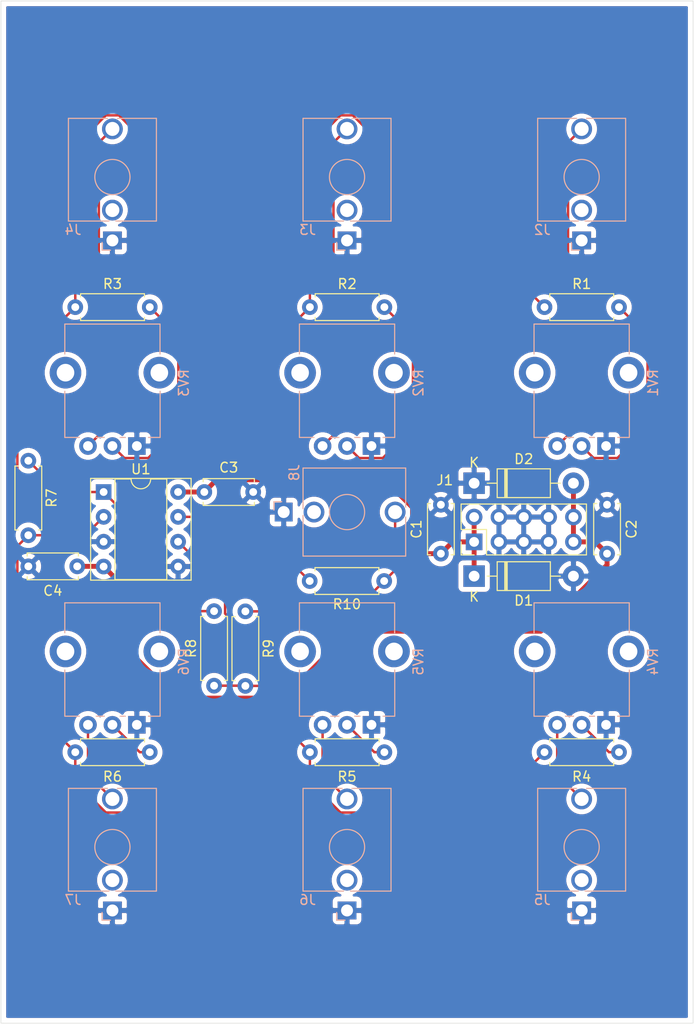
<source format=kicad_pcb>
(kicad_pcb (version 20171130) (host pcbnew "(5.1.10)-1")
  (title_block (title Mixer) (date 2021-06-20) (rev 1.0))
  (layers (0 F.Cu signal) (31 B.Cu signal) (34 B.Paste user) (35 F.Paste user) (36 B.SilkS user) (37 F.SilkS user) (38 B.Mask user) (39 F.Mask user) (44 Edge.Cuts user))
  (net 0 "")
  (net 1 GND)
  (net 2 +12V)
  (net 3 -12V)
  (net 4 "Net-(J2-PadTN)")
  (net 5 "Net-(J2-PadT)")
  (net 6 "Net-(J3-PadT)")
  (net 7 "Net-(J3-PadTN)")
  (net 8 "Net-(J4-PadTN)")
  (net 9 "Net-(J4-PadT)")
  (net 10 "Net-(J5-PadT)")
  (net 11 "Net-(J5-PadTN)")
  (net 12 "Net-(J6-PadTN)")
  (net 13 "Net-(J6-PadT)")
  (net 14 "Net-(J7-PadT)")
  (net 15 "Net-(J7-PadTN)")
  (net 16 "Net-(J8-PadTN)")
  (net 17 "Net-(J8-PadT)")
  (net 18 "Net-(R1-Pad2)")
  (net 19 "Net-(R1-Pad1)")
  (net 20 "Net-(R2-Pad2)")
  (net 21 "Net-(R3-Pad2)")
  (net 22 "Net-(R4-Pad2)")
  (net 23 "Net-(R5-Pad2)")
  (net 24 "Net-(R6-Pad2)")
  (net 25 "Net-(R7-Pad1)")
  (net 26 "Net-(R8-Pad1)")
  (net 27 "Net-(R10-Pad2)")
  (module Capacitor_THT:C_Disc_D5.0mm_W2.5mm_P5.00mm (layer F.Cu) (at 190.5 97.2 90)
    (fp_text reference C1 (at 2.5 -2.5 90) (layer F.SilkS))
    (fp_text value 0.1u)
    (fp_line (start 5.12 1.055) (end 5.12 1.37) (layer F.SilkS) (width 0.12))
    (fp_line (start 5.12 -1.37) (end 5.12 -1.055) (layer F.SilkS) (width 0.12))
    (fp_line (start -0.12 1.055) (end -0.12 1.37) (layer F.SilkS) (width 0.12))
    (fp_line (start -0.12 -1.37) (end -0.12 -1.055) (layer F.SilkS) (width 0.12))
    (fp_line (start -0.12 1.37) (end 5.12 1.37) (layer F.SilkS) (width 0.12))
    (fp_line (start -0.12 -1.37) (end 5.12 -1.37) (layer F.SilkS) (width 0.12))
    (pad 2 thru_hole circle (at 5 0 90) (size 1.6 1.6) (drill 0.8) (layers *.Cu *.Mask) (net 1 GND))
    (pad 1 thru_hole circle (at 0 0 90) (size 1.6 1.6) (drill 0.8) (layers *.Cu *.Mask) (net 2 +12V))
  )
  (module Capacitor_THT:C_Disc_D5.0mm_W2.5mm_P5.00mm (layer F.Cu) (at 207.5 92.2 270)
    (fp_text reference C2 (at 2.5 -2.5 90) (layer F.SilkS))
    (fp_text value 0.1u)
    (fp_line (start -0.12 -1.37) (end 5.12 -1.37) (layer F.SilkS) (width 0.12))
    (fp_line (start -0.12 1.37) (end 5.12 1.37) (layer F.SilkS) (width 0.12))
    (fp_line (start -0.12 -1.37) (end -0.12 -1.055) (layer F.SilkS) (width 0.12))
    (fp_line (start -0.12 1.055) (end -0.12 1.37) (layer F.SilkS) (width 0.12))
    (fp_line (start 5.12 -1.37) (end 5.12 -1.055) (layer F.SilkS) (width 0.12))
    (fp_line (start 5.12 1.055) (end 5.12 1.37) (layer F.SilkS) (width 0.12))
    (pad 1 thru_hole circle (at 0 0 270) (size 1.6 1.6) (drill 0.8) (layers *.Cu *.Mask) (net 1 GND))
    (pad 2 thru_hole circle (at 5 0 270) (size 1.6 1.6) (drill 0.8) (layers *.Cu *.Mask) (net 3 -12V))
  )
  (module Capacitor_THT:C_Disc_D5.0mm_W2.5mm_P5.00mm (layer F.Cu) (at 166.3 90.9)
    (fp_text reference C3 (at 2.5 -2.5) (layer F.SilkS))
    (fp_text value 10n)
    (fp_line (start 5.12 1.055) (end 5.12 1.37) (layer F.SilkS) (width 0.12))
    (fp_line (start 5.12 -1.37) (end 5.12 -1.055) (layer F.SilkS) (width 0.12))
    (fp_line (start -0.12 1.055) (end -0.12 1.37) (layer F.SilkS) (width 0.12))
    (fp_line (start -0.12 -1.37) (end -0.12 -1.055) (layer F.SilkS) (width 0.12))
    (fp_line (start -0.12 1.37) (end 5.12 1.37) (layer F.SilkS) (width 0.12))
    (fp_line (start -0.12 -1.37) (end 5.12 -1.37) (layer F.SilkS) (width 0.12))
    (pad 2 thru_hole circle (at 5 0) (size 1.6 1.6) (drill 0.8) (layers *.Cu *.Mask) (net 1 GND))
    (pad 1 thru_hole circle (at 0 0) (size 1.6 1.6) (drill 0.8) (layers *.Cu *.Mask) (net 2 +12V))
  )
  (module Capacitor_THT:C_Disc_D5.0mm_W2.5mm_P5.00mm (layer F.Cu) (at 153.3 98.5 180)
    (fp_text reference C4 (at 2.5 -2.5) (layer F.SilkS))
    (fp_text value 10n)
    (fp_line (start -0.12 -1.37) (end 5.12 -1.37) (layer F.SilkS) (width 0.12))
    (fp_line (start -0.12 1.37) (end 5.12 1.37) (layer F.SilkS) (width 0.12))
    (fp_line (start -0.12 -1.37) (end -0.12 -1.055) (layer F.SilkS) (width 0.12))
    (fp_line (start -0.12 1.055) (end -0.12 1.37) (layer F.SilkS) (width 0.12))
    (fp_line (start 5.12 -1.37) (end 5.12 -1.055) (layer F.SilkS) (width 0.12))
    (fp_line (start 5.12 1.055) (end 5.12 1.37) (layer F.SilkS) (width 0.12))
    (pad 1 thru_hole circle (at 0 0 180) (size 1.6 1.6) (drill 0.8) (layers *.Cu *.Mask) (net 3 -12V))
    (pad 2 thru_hole circle (at 5 0 180) (size 1.6 1.6) (drill 0.8) (layers *.Cu *.Mask) (net 1 GND))
  )
  (module Diode_THT:D_DO-41_SOD81_P10.16mm_Horizontal (layer F.Cu) (at 193.9 99.5)
    (fp_text reference D1 (at 5.08 2.5) (layer F.SilkS))
    (fp_text value 1N5819)
    (fp_line (start 3.14 -1.47) (end 3.14 1.47) (layer F.SilkS) (width 0.12))
    (fp_line (start 3.38 -1.47) (end 3.38 1.47) (layer F.SilkS) (width 0.12))
    (fp_line (start 3.26 -1.47) (end 3.26 1.47) (layer F.SilkS) (width 0.12))
    (fp_line (start 8.82 0) (end 7.8 0) (layer F.SilkS) (width 0.12))
    (fp_line (start 1.34 0) (end 2.36 0) (layer F.SilkS) (width 0.12))
    (fp_line (start 7.8 -1.47) (end 2.36 -1.47) (layer F.SilkS) (width 0.12))
    (fp_line (start 7.8 1.47) (end 7.8 -1.47) (layer F.SilkS) (width 0.12))
    (fp_line (start 2.36 1.47) (end 7.8 1.47) (layer F.SilkS) (width 0.12))
    (fp_line (start 2.36 -1.47) (end 2.36 1.47) (layer F.SilkS) (width 0.12))
    (fp_text user K (at 0 2.1) (layer F.SilkS))
    (pad 2 thru_hole oval (at 10.16 0) (size 2.2 2.2) (drill 1.1) (layers *.Cu *.Mask) (net 1 GND))
    (pad 1 thru_hole rect (at 0 0) (size 2.2 2.2) (drill 1.1) (layers *.Cu *.Mask) (net 2 +12V))
  )
  (module Diode_THT:D_DO-41_SOD81_P10.16mm_Horizontal (layer F.Cu) (at 193.9 90)
    (fp_text reference D2 (at 5.08 -2.47) (layer F.SilkS))
    (fp_text value 1N5819)
    (fp_line (start 2.36 -1.47) (end 2.36 1.47) (layer F.SilkS) (width 0.12))
    (fp_line (start 2.36 1.47) (end 7.8 1.47) (layer F.SilkS) (width 0.12))
    (fp_line (start 7.8 1.47) (end 7.8 -1.47) (layer F.SilkS) (width 0.12))
    (fp_line (start 7.8 -1.47) (end 2.36 -1.47) (layer F.SilkS) (width 0.12))
    (fp_line (start 1.34 0) (end 2.36 0) (layer F.SilkS) (width 0.12))
    (fp_line (start 8.82 0) (end 7.8 0) (layer F.SilkS) (width 0.12))
    (fp_line (start 3.26 -1.47) (end 3.26 1.47) (layer F.SilkS) (width 0.12))
    (fp_line (start 3.38 -1.47) (end 3.38 1.47) (layer F.SilkS) (width 0.12))
    (fp_line (start 3.14 -1.47) (end 3.14 1.47) (layer F.SilkS) (width 0.12))
    (fp_text user K (at 0 -2.1) (layer F.SilkS))
    (pad 1 thru_hole rect (at 0 0) (size 2.2 2.2) (drill 1.1) (layers *.Cu *.Mask) (net 1 GND))
    (pad 2 thru_hole oval (at 10.16 0) (size 2.2 2.2) (drill 1.1) (layers *.Cu *.Mask) (net 3 -12V))
  )
  (module Connector_PinHeader_2.54mm:PinHeader_2x05_P2.54mm_Vertical (layer F.Cu) (at 193.9 96 90)
    (fp_text reference J1 (at 6.3 -3 180) (layer F.SilkS))
    (fp_text value Conn_02x05_Odd_Even)
    (fp_line (start -1.33 11.49) (end 3.87 11.49) (layer F.SilkS) (width 0.12))
    (fp_line (start -1.33 1.27) (end -1.33 11.49) (layer F.SilkS) (width 0.12))
    (fp_line (start 3.87 -1.33) (end 3.87 11.49) (layer F.SilkS) (width 0.12))
    (fp_line (start -1.33 1.27) (end 1.27 1.27) (layer F.SilkS) (width 0.12))
    (fp_line (start 1.27 1.27) (end 1.27 -1.33) (layer F.SilkS) (width 0.12))
    (fp_line (start 1.27 -1.33) (end 3.87 -1.33) (layer F.SilkS) (width 0.12))
    (fp_line (start -1.33 0) (end -1.33 -1.33) (layer F.SilkS) (width 0.12))
    (fp_line (start -1.33 -1.33) (end 0 -1.33) (layer F.SilkS) (width 0.12))
    (pad 1 thru_hole rect (at 0 0 90) (size 1.7 1.7) (drill 1) (layers *.Cu *.Mask) (net 2 +12V))
    (pad 2 thru_hole oval (at 2.54 0 90) (size 1.7 1.7) (drill 1) (layers *.Cu *.Mask) (net 2 +12V))
    (pad 3 thru_hole oval (at 0 2.54 90) (size 1.7 1.7) (drill 1) (layers *.Cu *.Mask) (net 1 GND))
    (pad 4 thru_hole oval (at 2.54 2.54 90) (size 1.7 1.7) (drill 1) (layers *.Cu *.Mask) (net 1 GND))
    (pad 5 thru_hole oval (at 0 5.08 90) (size 1.7 1.7) (drill 1) (layers *.Cu *.Mask) (net 1 GND))
    (pad 6 thru_hole oval (at 2.54 5.08 90) (size 1.7 1.7) (drill 1) (layers *.Cu *.Mask) (net 1 GND))
    (pad 7 thru_hole oval (at 0 7.62 90) (size 1.7 1.7) (drill 1) (layers *.Cu *.Mask) (net 1 GND))
    (pad 8 thru_hole oval (at 2.54 7.62 90) (size 1.7 1.7) (drill 1) (layers *.Cu *.Mask) (net 1 GND))
    (pad 9 thru_hole oval (at 0 10.16 90) (size 1.7 1.7) (drill 1) (layers *.Cu *.Mask) (net 3 -12V))
    (pad 10 thru_hole oval (at 2.54 10.16 90) (size 1.7 1.7) (drill 1) (layers *.Cu *.Mask) (net 3 -12V))
  )
  (module Connector_Audio:Jack_3.5mm_QingPu_WQP-PJ398SM_Vertical_CircularHoles (layer B.Cu) (at 204.9 65.18)
    (fp_text reference J2 (at -4.03 -1.08 180) (layer B.SilkS) (effects (justify mirror)))
    (fp_text value AudioJack2_SwitchT)
    (fp_line (start -4.5 -1.98) (end -4.5 -12.48) (layer B.SilkS) (width 0.12))
    (fp_line (start 4.5 -1.98) (end 4.5 -12.48) (layer B.SilkS) (width 0.12))
    (fp_line (start 4.5 -12.48) (end 0.5 -12.48) (layer B.SilkS) (width 0.12))
    (fp_line (start -0.5 -12.48) (end -4.5 -12.48) (layer B.SilkS) (width 0.12))
    (fp_line (start 4.5 -1.98) (end 0.35 -1.98) (layer B.SilkS) (width 0.12))
    (fp_line (start -0.35 -1.98) (end -4.5 -1.98) (layer B.SilkS) (width 0.12))
    (fp_circle (center 0 -6.48) (end 1.8 -6.48) (layer B.SilkS) (width 0.12))
    (fp_line (start -1.06 1) (end -1.06 0.2) (layer B.SilkS) (width 0.12))
    (fp_line (start -1.06 1) (end -0.2 1) (layer B.SilkS) (width 0.12))
    (pad TN thru_hole circle (at 0 -3.1 180) (size 2.13 2.13) (drill 1.42) (layers *.Cu *.Mask) (net 4 "Net-(J2-PadTN)"))
    (pad S thru_hole rect (at 0 0 180) (size 1.93 1.83) (drill 1.22) (layers *.Cu *.Mask) (net 1 GND))
    (pad T thru_hole circle (at 0 -11.4 180) (size 2.13 2.13) (drill 1.43) (layers *.Cu *.Mask) (net 5 "Net-(J2-PadT)"))
  )
  (module Connector_Audio:Jack_3.5mm_QingPu_WQP-PJ398SM_Vertical_CircularHoles (layer B.Cu) (at 180.9 65.18)
    (fp_text reference J3 (at -4.03 -1.08 180) (layer B.SilkS) (effects (justify mirror)))
    (fp_text value AudioJack2_SwitchT)
    (fp_line (start -1.06 1) (end -0.2 1) (layer B.SilkS) (width 0.12))
    (fp_line (start -1.06 1) (end -1.06 0.2) (layer B.SilkS) (width 0.12))
    (fp_circle (center 0 -6.48) (end 1.8 -6.48) (layer B.SilkS) (width 0.12))
    (fp_line (start -0.35 -1.98) (end -4.5 -1.98) (layer B.SilkS) (width 0.12))
    (fp_line (start 4.5 -1.98) (end 0.35 -1.98) (layer B.SilkS) (width 0.12))
    (fp_line (start -0.5 -12.48) (end -4.5 -12.48) (layer B.SilkS) (width 0.12))
    (fp_line (start 4.5 -12.48) (end 0.5 -12.48) (layer B.SilkS) (width 0.12))
    (fp_line (start 4.5 -1.98) (end 4.5 -12.48) (layer B.SilkS) (width 0.12))
    (fp_line (start -4.5 -1.98) (end -4.5 -12.48) (layer B.SilkS) (width 0.12))
    (pad T thru_hole circle (at 0 -11.4 180) (size 2.13 2.13) (drill 1.43) (layers *.Cu *.Mask) (net 6 "Net-(J3-PadT)"))
    (pad S thru_hole rect (at 0 0 180) (size 1.93 1.83) (drill 1.22) (layers *.Cu *.Mask) (net 1 GND))
    (pad TN thru_hole circle (at 0 -3.1 180) (size 2.13 2.13) (drill 1.42) (layers *.Cu *.Mask) (net 7 "Net-(J3-PadTN)"))
  )
  (module Connector_Audio:Jack_3.5mm_QingPu_WQP-PJ398SM_Vertical_CircularHoles (layer B.Cu) (at 156.9 65.18)
    (fp_text reference J4 (at -4.03 -1.08 180) (layer B.SilkS) (effects (justify mirror)))
    (fp_text value AudioJack2_SwitchT)
    (fp_line (start -4.5 -1.98) (end -4.5 -12.48) (layer B.SilkS) (width 0.12))
    (fp_line (start 4.5 -1.98) (end 4.5 -12.48) (layer B.SilkS) (width 0.12))
    (fp_line (start 4.5 -12.48) (end 0.5 -12.48) (layer B.SilkS) (width 0.12))
    (fp_line (start -0.5 -12.48) (end -4.5 -12.48) (layer B.SilkS) (width 0.12))
    (fp_line (start 4.5 -1.98) (end 0.35 -1.98) (layer B.SilkS) (width 0.12))
    (fp_line (start -0.35 -1.98) (end -4.5 -1.98) (layer B.SilkS) (width 0.12))
    (fp_circle (center 0 -6.48) (end 1.8 -6.48) (layer B.SilkS) (width 0.12))
    (fp_line (start -1.06 1) (end -1.06 0.2) (layer B.SilkS) (width 0.12))
    (fp_line (start -1.06 1) (end -0.2 1) (layer B.SilkS) (width 0.12))
    (pad TN thru_hole circle (at 0 -3.1 180) (size 2.13 2.13) (drill 1.42) (layers *.Cu *.Mask) (net 8 "Net-(J4-PadTN)"))
    (pad S thru_hole rect (at 0 0 180) (size 1.93 1.83) (drill 1.22) (layers *.Cu *.Mask) (net 1 GND))
    (pad T thru_hole circle (at 0 -11.4 180) (size 2.13 2.13) (drill 1.43) (layers *.Cu *.Mask) (net 9 "Net-(J4-PadT)"))
  )
  (module Connector_Audio:Jack_3.5mm_QingPu_WQP-PJ398SM_Vertical_CircularHoles (layer B.Cu) (at 204.9 133.68)
    (fp_text reference J5 (at -4.03 -1.08 180) (layer B.SilkS) (effects (justify mirror)))
    (fp_text value AudioJack2_SwitchT)
    (fp_line (start -1.06 1) (end -0.2 1) (layer B.SilkS) (width 0.12))
    (fp_line (start -1.06 1) (end -1.06 0.2) (layer B.SilkS) (width 0.12))
    (fp_circle (center 0 -6.48) (end 1.8 -6.48) (layer B.SilkS) (width 0.12))
    (fp_line (start -0.35 -1.98) (end -4.5 -1.98) (layer B.SilkS) (width 0.12))
    (fp_line (start 4.5 -1.98) (end 0.35 -1.98) (layer B.SilkS) (width 0.12))
    (fp_line (start -0.5 -12.48) (end -4.5 -12.48) (layer B.SilkS) (width 0.12))
    (fp_line (start 4.5 -12.48) (end 0.5 -12.48) (layer B.SilkS) (width 0.12))
    (fp_line (start 4.5 -1.98) (end 4.5 -12.48) (layer B.SilkS) (width 0.12))
    (fp_line (start -4.5 -1.98) (end -4.5 -12.48) (layer B.SilkS) (width 0.12))
    (pad T thru_hole circle (at 0 -11.4 180) (size 2.13 2.13) (drill 1.43) (layers *.Cu *.Mask) (net 10 "Net-(J5-PadT)"))
    (pad S thru_hole rect (at 0 0 180) (size 1.93 1.83) (drill 1.22) (layers *.Cu *.Mask) (net 1 GND))
    (pad TN thru_hole circle (at 0 -3.1 180) (size 2.13 2.13) (drill 1.42) (layers *.Cu *.Mask) (net 11 "Net-(J5-PadTN)"))
  )
  (module Connector_Audio:Jack_3.5mm_QingPu_WQP-PJ398SM_Vertical_CircularHoles (layer B.Cu) (at 180.9 133.68)
    (fp_text reference J6 (at -4.03 -1.08 180) (layer B.SilkS) (effects (justify mirror)))
    (fp_text value AudioJack2_SwitchT)
    (fp_line (start -4.5 -1.98) (end -4.5 -12.48) (layer B.SilkS) (width 0.12))
    (fp_line (start 4.5 -1.98) (end 4.5 -12.48) (layer B.SilkS) (width 0.12))
    (fp_line (start 4.5 -12.48) (end 0.5 -12.48) (layer B.SilkS) (width 0.12))
    (fp_line (start -0.5 -12.48) (end -4.5 -12.48) (layer B.SilkS) (width 0.12))
    (fp_line (start 4.5 -1.98) (end 0.35 -1.98) (layer B.SilkS) (width 0.12))
    (fp_line (start -0.35 -1.98) (end -4.5 -1.98) (layer B.SilkS) (width 0.12))
    (fp_circle (center 0 -6.48) (end 1.8 -6.48) (layer B.SilkS) (width 0.12))
    (fp_line (start -1.06 1) (end -1.06 0.2) (layer B.SilkS) (width 0.12))
    (fp_line (start -1.06 1) (end -0.2 1) (layer B.SilkS) (width 0.12))
    (pad TN thru_hole circle (at 0 -3.1 180) (size 2.13 2.13) (drill 1.42) (layers *.Cu *.Mask) (net 12 "Net-(J6-PadTN)"))
    (pad S thru_hole rect (at 0 0 180) (size 1.93 1.83) (drill 1.22) (layers *.Cu *.Mask) (net 1 GND))
    (pad T thru_hole circle (at 0 -11.4 180) (size 2.13 2.13) (drill 1.43) (layers *.Cu *.Mask) (net 13 "Net-(J6-PadT)"))
  )
  (module Connector_Audio:Jack_3.5mm_QingPu_WQP-PJ398SM_Vertical_CircularHoles (layer B.Cu) (at 156.9 133.68)
    (fp_text reference J7 (at -4.03 -1.08 180) (layer B.SilkS) (effects (justify mirror)))
    (fp_text value AudioJack2_SwitchT)
    (fp_line (start -1.06 1) (end -0.2 1) (layer B.SilkS) (width 0.12))
    (fp_line (start -1.06 1) (end -1.06 0.2) (layer B.SilkS) (width 0.12))
    (fp_circle (center 0 -6.48) (end 1.8 -6.48) (layer B.SilkS) (width 0.12))
    (fp_line (start -0.35 -1.98) (end -4.5 -1.98) (layer B.SilkS) (width 0.12))
    (fp_line (start 4.5 -1.98) (end 0.35 -1.98) (layer B.SilkS) (width 0.12))
    (fp_line (start -0.5 -12.48) (end -4.5 -12.48) (layer B.SilkS) (width 0.12))
    (fp_line (start 4.5 -12.48) (end 0.5 -12.48) (layer B.SilkS) (width 0.12))
    (fp_line (start 4.5 -1.98) (end 4.5 -12.48) (layer B.SilkS) (width 0.12))
    (fp_line (start -4.5 -1.98) (end -4.5 -12.48) (layer B.SilkS) (width 0.12))
    (pad T thru_hole circle (at 0 -11.4 180) (size 2.13 2.13) (drill 1.43) (layers *.Cu *.Mask) (net 14 "Net-(J7-PadT)"))
    (pad S thru_hole rect (at 0 0 180) (size 1.93 1.83) (drill 1.22) (layers *.Cu *.Mask) (net 1 GND))
    (pad TN thru_hole circle (at 0 -3.1 180) (size 2.13 2.13) (drill 1.42) (layers *.Cu *.Mask) (net 15 "Net-(J7-PadTN)"))
  )
  (module Connector_Audio:Jack_3.5mm_QingPu_WQP-PJ398SM_Vertical_CircularHoles (layer B.Cu) (at 174.42 92.95 270)
    (fp_text reference J8 (at -4.03 -1.08 270) (layer B.SilkS) (effects (justify mirror)))
    (fp_text value AudioJack2_SwitchT)
    (fp_line (start -4.5 -1.98) (end -4.5 -12.48) (layer B.SilkS) (width 0.12))
    (fp_line (start 4.5 -1.98) (end 4.5 -12.48) (layer B.SilkS) (width 0.12))
    (fp_line (start 4.5 -12.48) (end 0.5 -12.48) (layer B.SilkS) (width 0.12))
    (fp_line (start -0.5 -12.48) (end -4.5 -12.48) (layer B.SilkS) (width 0.12))
    (fp_line (start 4.5 -1.98) (end 0.35 -1.98) (layer B.SilkS) (width 0.12))
    (fp_line (start -0.35 -1.98) (end -4.5 -1.98) (layer B.SilkS) (width 0.12))
    (fp_circle (center 0 -6.48) (end 1.8 -6.48) (layer B.SilkS) (width 0.12))
    (fp_line (start -1.06 1) (end -1.06 0.2) (layer B.SilkS) (width 0.12))
    (fp_line (start -1.06 1) (end -0.2 1) (layer B.SilkS) (width 0.12))
    (pad TN thru_hole circle (at 0 -3.1 90) (size 2.13 2.13) (drill 1.42) (layers *.Cu *.Mask) (net 16 "Net-(J8-PadTN)"))
    (pad S thru_hole rect (at 0 0 90) (size 1.93 1.83) (drill 1.22) (layers *.Cu *.Mask) (net 1 GND))
    (pad T thru_hole circle (at 0 -11.4 90) (size 2.13 2.13) (drill 1.43) (layers *.Cu *.Mask) (net 17 "Net-(J8-PadT)"))
  )
  (module Resistor_THT:R_Axial_DIN0207_L6.3mm_D2.5mm_P7.62mm_Horizontal (layer F.Cu) (at 201.1 72)
    (fp_text reference R1 (at 3.81 -2.37) (layer F.SilkS))
    (fp_text value 470k)
    (fp_line (start 7.08 1.37) (end 7.08 1.04) (layer F.SilkS) (width 0.12))
    (fp_line (start 0.54 1.37) (end 7.08 1.37) (layer F.SilkS) (width 0.12))
    (fp_line (start 0.54 1.04) (end 0.54 1.37) (layer F.SilkS) (width 0.12))
    (fp_line (start 7.08 -1.37) (end 7.08 -1.04) (layer F.SilkS) (width 0.12))
    (fp_line (start 0.54 -1.37) (end 7.08 -1.37) (layer F.SilkS) (width 0.12))
    (fp_line (start 0.54 -1.04) (end 0.54 -1.37) (layer F.SilkS) (width 0.12))
    (pad 2 thru_hole oval (at 7.62 0) (size 1.6 1.6) (drill 0.8) (layers *.Cu *.Mask) (net 18 "Net-(R1-Pad2)"))
    (pad 1 thru_hole circle (at 0 0) (size 1.6 1.6) (drill 0.8) (layers *.Cu *.Mask) (net 19 "Net-(R1-Pad1)"))
  )
  (module Resistor_THT:R_Axial_DIN0207_L6.3mm_D2.5mm_P7.62mm_Horizontal (layer F.Cu) (at 177.1 72)
    (fp_text reference R2 (at 3.81 -2.37) (layer F.SilkS))
    (fp_text value 470k)
    (fp_line (start 7.08 1.37) (end 7.08 1.04) (layer F.SilkS) (width 0.12))
    (fp_line (start 0.54 1.37) (end 7.08 1.37) (layer F.SilkS) (width 0.12))
    (fp_line (start 0.54 1.04) (end 0.54 1.37) (layer F.SilkS) (width 0.12))
    (fp_line (start 7.08 -1.37) (end 7.08 -1.04) (layer F.SilkS) (width 0.12))
    (fp_line (start 0.54 -1.37) (end 7.08 -1.37) (layer F.SilkS) (width 0.12))
    (fp_line (start 0.54 -1.04) (end 0.54 -1.37) (layer F.SilkS) (width 0.12))
    (pad 2 thru_hole oval (at 7.62 0) (size 1.6 1.6) (drill 0.8) (layers *.Cu *.Mask) (net 20 "Net-(R2-Pad2)"))
    (pad 1 thru_hole circle (at 0 0) (size 1.6 1.6) (drill 0.8) (layers *.Cu *.Mask) (net 19 "Net-(R1-Pad1)"))
  )
  (module Resistor_THT:R_Axial_DIN0207_L6.3mm_D2.5mm_P7.62mm_Horizontal (layer F.Cu) (at 153.1 72)
    (fp_text reference R3 (at 3.81 -2.37) (layer F.SilkS))
    (fp_text value 470k)
    (fp_line (start 0.54 -1.04) (end 0.54 -1.37) (layer F.SilkS) (width 0.12))
    (fp_line (start 0.54 -1.37) (end 7.08 -1.37) (layer F.SilkS) (width 0.12))
    (fp_line (start 7.08 -1.37) (end 7.08 -1.04) (layer F.SilkS) (width 0.12))
    (fp_line (start 0.54 1.04) (end 0.54 1.37) (layer F.SilkS) (width 0.12))
    (fp_line (start 0.54 1.37) (end 7.08 1.37) (layer F.SilkS) (width 0.12))
    (fp_line (start 7.08 1.37) (end 7.08 1.04) (layer F.SilkS) (width 0.12))
    (pad 1 thru_hole circle (at 0 0) (size 1.6 1.6) (drill 0.8) (layers *.Cu *.Mask) (net 19 "Net-(R1-Pad1)"))
    (pad 2 thru_hole oval (at 7.62 0) (size 1.6 1.6) (drill 0.8) (layers *.Cu *.Mask) (net 21 "Net-(R3-Pad2)"))
  )
  (module Resistor_THT:R_Axial_DIN0207_L6.3mm_D2.5mm_P7.62mm_Horizontal (layer F.Cu) (at 201.1 117.5)
    (fp_text reference R4 (at 3.8 2.5) (layer F.SilkS))
    (fp_text value 470k)
    (fp_line (start 7.08 1.37) (end 7.08 1.04) (layer F.SilkS) (width 0.12))
    (fp_line (start 0.54 1.37) (end 7.08 1.37) (layer F.SilkS) (width 0.12))
    (fp_line (start 0.54 1.04) (end 0.54 1.37) (layer F.SilkS) (width 0.12))
    (fp_line (start 7.08 -1.37) (end 7.08 -1.04) (layer F.SilkS) (width 0.12))
    (fp_line (start 0.54 -1.37) (end 7.08 -1.37) (layer F.SilkS) (width 0.12))
    (fp_line (start 0.54 -1.04) (end 0.54 -1.37) (layer F.SilkS) (width 0.12))
    (pad 2 thru_hole oval (at 7.62 0) (size 1.6 1.6) (drill 0.8) (layers *.Cu *.Mask) (net 22 "Net-(R4-Pad2)"))
    (pad 1 thru_hole circle (at 0 0) (size 1.6 1.6) (drill 0.8) (layers *.Cu *.Mask) (net 19 "Net-(R1-Pad1)"))
  )
  (module Resistor_THT:R_Axial_DIN0207_L6.3mm_D2.5mm_P7.62mm_Horizontal (layer F.Cu) (at 177.1 117.5)
    (fp_text reference R5 (at 3.8 2.5) (layer F.SilkS))
    (fp_text value 470k)
    (fp_line (start 0.54 -1.04) (end 0.54 -1.37) (layer F.SilkS) (width 0.12))
    (fp_line (start 0.54 -1.37) (end 7.08 -1.37) (layer F.SilkS) (width 0.12))
    (fp_line (start 7.08 -1.37) (end 7.08 -1.04) (layer F.SilkS) (width 0.12))
    (fp_line (start 0.54 1.04) (end 0.54 1.37) (layer F.SilkS) (width 0.12))
    (fp_line (start 0.54 1.37) (end 7.08 1.37) (layer F.SilkS) (width 0.12))
    (fp_line (start 7.08 1.37) (end 7.08 1.04) (layer F.SilkS) (width 0.12))
    (pad 1 thru_hole circle (at 0 0) (size 1.6 1.6) (drill 0.8) (layers *.Cu *.Mask) (net 19 "Net-(R1-Pad1)"))
    (pad 2 thru_hole oval (at 7.62 0) (size 1.6 1.6) (drill 0.8) (layers *.Cu *.Mask) (net 23 "Net-(R5-Pad2)"))
  )
  (module Resistor_THT:R_Axial_DIN0207_L6.3mm_D2.5mm_P7.62mm_Horizontal (layer F.Cu) (at 153.1 117.5)
    (fp_text reference R6 (at 3.81 2.5) (layer F.SilkS))
    (fp_text value 470k)
    (fp_line (start 0.54 -1.04) (end 0.54 -1.37) (layer F.SilkS) (width 0.12))
    (fp_line (start 0.54 -1.37) (end 7.08 -1.37) (layer F.SilkS) (width 0.12))
    (fp_line (start 7.08 -1.37) (end 7.08 -1.04) (layer F.SilkS) (width 0.12))
    (fp_line (start 0.54 1.04) (end 0.54 1.37) (layer F.SilkS) (width 0.12))
    (fp_line (start 0.54 1.37) (end 7.08 1.37) (layer F.SilkS) (width 0.12))
    (fp_line (start 7.08 1.37) (end 7.08 1.04) (layer F.SilkS) (width 0.12))
    (pad 1 thru_hole circle (at 0 0) (size 1.6 1.6) (drill 0.8) (layers *.Cu *.Mask) (net 19 "Net-(R1-Pad1)"))
    (pad 2 thru_hole oval (at 7.62 0) (size 1.6 1.6) (drill 0.8) (layers *.Cu *.Mask) (net 24 "Net-(R6-Pad2)"))
  )
  (module Resistor_THT:R_Axial_DIN0207_L6.3mm_D2.5mm_P7.62mm_Horizontal (layer F.Cu) (at 148.3 87.7 270)
    (fp_text reference R7 (at 3.81 -2.37 90) (layer F.SilkS))
    (fp_text value 470k)
    (fp_line (start 0.54 -1.04) (end 0.54 -1.37) (layer F.SilkS) (width 0.12))
    (fp_line (start 0.54 -1.37) (end 7.08 -1.37) (layer F.SilkS) (width 0.12))
    (fp_line (start 7.08 -1.37) (end 7.08 -1.04) (layer F.SilkS) (width 0.12))
    (fp_line (start 0.54 1.04) (end 0.54 1.37) (layer F.SilkS) (width 0.12))
    (fp_line (start 0.54 1.37) (end 7.08 1.37) (layer F.SilkS) (width 0.12))
    (fp_line (start 7.08 1.37) (end 7.08 1.04) (layer F.SilkS) (width 0.12))
    (pad 1 thru_hole circle (at 0 0 270) (size 1.6 1.6) (drill 0.8) (layers *.Cu *.Mask) (net 25 "Net-(R7-Pad1)"))
    (pad 2 thru_hole oval (at 7.62 0 270) (size 1.6 1.6) (drill 0.8) (layers *.Cu *.Mask) (net 19 "Net-(R1-Pad1)"))
  )
  (module Resistor_THT:R_Axial_DIN0207_L6.3mm_D2.5mm_P7.62mm_Horizontal (layer F.Cu) (at 167.3 110.7 90)
    (fp_text reference R8 (at 3.81 -2.37 90) (layer F.SilkS))
    (fp_text value 560k)
    (fp_line (start 0.54 -1.04) (end 0.54 -1.37) (layer F.SilkS) (width 0.12))
    (fp_line (start 0.54 -1.37) (end 7.08 -1.37) (layer F.SilkS) (width 0.12))
    (fp_line (start 7.08 -1.37) (end 7.08 -1.04) (layer F.SilkS) (width 0.12))
    (fp_line (start 0.54 1.04) (end 0.54 1.37) (layer F.SilkS) (width 0.12))
    (fp_line (start 0.54 1.37) (end 7.08 1.37) (layer F.SilkS) (width 0.12))
    (fp_line (start 7.08 1.37) (end 7.08 1.04) (layer F.SilkS) (width 0.12))
    (pad 1 thru_hole circle (at 0 0 90) (size 1.6 1.6) (drill 0.8) (layers *.Cu *.Mask) (net 26 "Net-(R8-Pad1)"))
    (pad 2 thru_hole oval (at 7.62 0 90) (size 1.6 1.6) (drill 0.8) (layers *.Cu *.Mask) (net 25 "Net-(R7-Pad1)"))
  )
  (module Resistor_THT:R_Axial_DIN0207_L6.3mm_D2.5mm_P7.62mm_Horizontal (layer F.Cu) (at 170.5 103.1 270)
    (fp_text reference R9 (at 3.81 -2.37 90) (layer F.SilkS))
    (fp_text value 560k)
    (fp_line (start 7.08 1.37) (end 7.08 1.04) (layer F.SilkS) (width 0.12))
    (fp_line (start 0.54 1.37) (end 7.08 1.37) (layer F.SilkS) (width 0.12))
    (fp_line (start 0.54 1.04) (end 0.54 1.37) (layer F.SilkS) (width 0.12))
    (fp_line (start 7.08 -1.37) (end 7.08 -1.04) (layer F.SilkS) (width 0.12))
    (fp_line (start 0.54 -1.37) (end 7.08 -1.37) (layer F.SilkS) (width 0.12))
    (fp_line (start 0.54 -1.04) (end 0.54 -1.37) (layer F.SilkS) (width 0.12))
    (pad 2 thru_hole oval (at 7.62 0 270) (size 1.6 1.6) (drill 0.8) (layers *.Cu *.Mask) (net 26 "Net-(R8-Pad1)"))
    (pad 1 thru_hole circle (at 0 0 270) (size 1.6 1.6) (drill 0.8) (layers *.Cu *.Mask) (net 17 "Net-(J8-PadT)"))
  )
  (module Resistor_THT:R_Axial_DIN0207_L6.3mm_D2.5mm_P7.62mm_Horizontal (layer F.Cu) (at 184.7 100 180)
    (fp_text reference R10 (at 3.81 -2.37) (layer F.SilkS))
    (fp_text value 1k)
    (fp_line (start 7.08 1.37) (end 7.08 1.04) (layer F.SilkS) (width 0.12))
    (fp_line (start 0.54 1.37) (end 7.08 1.37) (layer F.SilkS) (width 0.12))
    (fp_line (start 0.54 1.04) (end 0.54 1.37) (layer F.SilkS) (width 0.12))
    (fp_line (start 7.08 -1.37) (end 7.08 -1.04) (layer F.SilkS) (width 0.12))
    (fp_line (start 0.54 -1.37) (end 7.08 -1.37) (layer F.SilkS) (width 0.12))
    (fp_line (start 0.54 -1.04) (end 0.54 -1.37) (layer F.SilkS) (width 0.12))
    (pad 2 thru_hole oval (at 7.62 0 180) (size 1.6 1.6) (drill 0.8) (layers *.Cu *.Mask) (net 27 "Net-(R10-Pad2)"))
    (pad 1 thru_hole circle (at 0 0 180) (size 1.6 1.6) (drill 0.8) (layers *.Cu *.Mask) (net 17 "Net-(J8-PadT)"))
  )
  (module Potentiometer_THT:Potentiometer_Alpha_RD901F-40-00D_Single_Vertical_CircularHoles (layer B.Cu) (at 207.4 86.2 90)
    (fp_text reference RV1 (at 6.45 4.8 90) (layer B.SilkS) (effects (justify mirror)))
    (fp_text value 50k)
    (fp_line (start 0.88 -4.16) (end 0.88 -3.33) (layer B.SilkS) (width 0.12))
    (fp_line (start 0.88 -1.71) (end 0.88 -1.18) (layer B.SilkS) (width 0.12))
    (fp_line (start 0.88 1.19) (end 0.88 2.37) (layer B.SilkS) (width 0.12))
    (fp_line (start 0.88 -7.37) (end 5.6 -7.37) (layer B.SilkS) (width 0.12))
    (fp_line (start 9.41 2.37) (end 12.47 2.37) (layer B.SilkS) (width 0.12))
    (fp_line (start 0.88 2.38) (end 5.6 2.38) (layer B.SilkS) (width 0.12))
    (fp_line (start 9.41 -7.37) (end 12.47 -7.37) (layer B.SilkS) (width 0.12))
    (fp_line (start 0.88 -7.37) (end 0.88 -5.88) (layer B.SilkS) (width 0.12))
    (fp_line (start 12.47 -7.37) (end 12.47 2.37) (layer B.SilkS) (width 0.12))
    (pad "" thru_hole circle (at 7.5 2.3) (size 3.24 3.24) (drill 1.8) (layers *.Cu *.Mask))
    (pad "" thru_hole circle (at 7.5 -7.3) (size 3.24 3.24) (drill 1.8) (layers *.Cu *.Mask))
    (pad 3 thru_hole circle (at 0 -5) (size 1.8 1.8) (drill 1) (layers *.Cu *.Mask) (net 5 "Net-(J2-PadT)"))
    (pad 2 thru_hole circle (at 0 -2.5) (size 1.8 1.8) (drill 1) (layers *.Cu *.Mask) (net 18 "Net-(R1-Pad2)"))
    (pad 1 thru_hole rect (at 0 0) (size 1.8 1.8) (drill 1) (layers *.Cu *.Mask) (net 1 GND))
  )
  (module Potentiometer_THT:Potentiometer_Alpha_RD901F-40-00D_Single_Vertical_CircularHoles (layer B.Cu) (at 183.4 86.2 90)
    (fp_text reference RV2 (at 6.45 4.8 270) (layer B.SilkS) (effects (justify mirror)))
    (fp_text value 50k)
    (fp_line (start 0.88 -4.16) (end 0.88 -3.33) (layer B.SilkS) (width 0.12))
    (fp_line (start 0.88 -1.71) (end 0.88 -1.18) (layer B.SilkS) (width 0.12))
    (fp_line (start 0.88 1.19) (end 0.88 2.37) (layer B.SilkS) (width 0.12))
    (fp_line (start 0.88 -7.37) (end 5.6 -7.37) (layer B.SilkS) (width 0.12))
    (fp_line (start 9.41 2.37) (end 12.47 2.37) (layer B.SilkS) (width 0.12))
    (fp_line (start 0.88 2.38) (end 5.6 2.38) (layer B.SilkS) (width 0.12))
    (fp_line (start 9.41 -7.37) (end 12.47 -7.37) (layer B.SilkS) (width 0.12))
    (fp_line (start 0.88 -7.37) (end 0.88 -5.88) (layer B.SilkS) (width 0.12))
    (fp_line (start 12.47 -7.37) (end 12.47 2.37) (layer B.SilkS) (width 0.12))
    (pad "" thru_hole circle (at 7.5 2.3) (size 3.24 3.24) (drill 1.8) (layers *.Cu *.Mask))
    (pad "" thru_hole circle (at 7.5 -7.3) (size 3.24 3.24) (drill 1.8) (layers *.Cu *.Mask))
    (pad 3 thru_hole circle (at 0 -5) (size 1.8 1.8) (drill 1) (layers *.Cu *.Mask) (net 6 "Net-(J3-PadT)"))
    (pad 2 thru_hole circle (at 0 -2.5) (size 1.8 1.8) (drill 1) (layers *.Cu *.Mask) (net 20 "Net-(R2-Pad2)"))
    (pad 1 thru_hole rect (at 0 0) (size 1.8 1.8) (drill 1) (layers *.Cu *.Mask) (net 1 GND))
  )
  (module Potentiometer_THT:Potentiometer_Alpha_RD901F-40-00D_Single_Vertical_CircularHoles (layer B.Cu) (at 159.4 86.2 90)
    (fp_text reference RV3 (at 6.45 4.8 270) (layer B.SilkS) (effects (justify mirror)))
    (fp_text value 50k)
    (fp_line (start 12.47 -7.37) (end 12.47 2.37) (layer B.SilkS) (width 0.12))
    (fp_line (start 0.88 -7.37) (end 0.88 -5.88) (layer B.SilkS) (width 0.12))
    (fp_line (start 9.41 -7.37) (end 12.47 -7.37) (layer B.SilkS) (width 0.12))
    (fp_line (start 0.88 2.38) (end 5.6 2.38) (layer B.SilkS) (width 0.12))
    (fp_line (start 9.41 2.37) (end 12.47 2.37) (layer B.SilkS) (width 0.12))
    (fp_line (start 0.88 -7.37) (end 5.6 -7.37) (layer B.SilkS) (width 0.12))
    (fp_line (start 0.88 1.19) (end 0.88 2.37) (layer B.SilkS) (width 0.12))
    (fp_line (start 0.88 -1.71) (end 0.88 -1.18) (layer B.SilkS) (width 0.12))
    (fp_line (start 0.88 -4.16) (end 0.88 -3.33) (layer B.SilkS) (width 0.12))
    (pad 1 thru_hole rect (at 0 0) (size 1.8 1.8) (drill 1) (layers *.Cu *.Mask) (net 1 GND))
    (pad 2 thru_hole circle (at 0 -2.5) (size 1.8 1.8) (drill 1) (layers *.Cu *.Mask) (net 21 "Net-(R3-Pad2)"))
    (pad 3 thru_hole circle (at 0 -5) (size 1.8 1.8) (drill 1) (layers *.Cu *.Mask) (net 9 "Net-(J4-PadT)"))
    (pad "" thru_hole circle (at 7.5 -7.3) (size 3.24 3.24) (drill 1.8) (layers *.Cu *.Mask))
    (pad "" thru_hole circle (at 7.5 2.3) (size 3.24 3.24) (drill 1.8) (layers *.Cu *.Mask))
  )
  (module Potentiometer_THT:Potentiometer_Alpha_RD901F-40-00D_Single_Vertical_CircularHoles (layer B.Cu) (at 207.4 114.7 90)
    (fp_text reference RV4 (at 6.45 4.8 -90) (layer B.SilkS) (effects (justify mirror)))
    (fp_text value 50k)
    (fp_line (start 0.88 -4.16) (end 0.88 -3.33) (layer B.SilkS) (width 0.12))
    (fp_line (start 0.88 -1.71) (end 0.88 -1.18) (layer B.SilkS) (width 0.12))
    (fp_line (start 0.88 1.19) (end 0.88 2.37) (layer B.SilkS) (width 0.12))
    (fp_line (start 0.88 -7.37) (end 5.6 -7.37) (layer B.SilkS) (width 0.12))
    (fp_line (start 9.41 2.37) (end 12.47 2.37) (layer B.SilkS) (width 0.12))
    (fp_line (start 0.88 2.38) (end 5.6 2.38) (layer B.SilkS) (width 0.12))
    (fp_line (start 9.41 -7.37) (end 12.47 -7.37) (layer B.SilkS) (width 0.12))
    (fp_line (start 0.88 -7.37) (end 0.88 -5.88) (layer B.SilkS) (width 0.12))
    (fp_line (start 12.47 -7.37) (end 12.47 2.37) (layer B.SilkS) (width 0.12))
    (pad "" thru_hole circle (at 7.5 2.3) (size 3.24 3.24) (drill 1.8) (layers *.Cu *.Mask))
    (pad "" thru_hole circle (at 7.5 -7.3) (size 3.24 3.24) (drill 1.8) (layers *.Cu *.Mask))
    (pad 3 thru_hole circle (at 0 -5) (size 1.8 1.8) (drill 1) (layers *.Cu *.Mask) (net 10 "Net-(J5-PadT)"))
    (pad 2 thru_hole circle (at 0 -2.5) (size 1.8 1.8) (drill 1) (layers *.Cu *.Mask) (net 22 "Net-(R4-Pad2)"))
    (pad 1 thru_hole rect (at 0 0) (size 1.8 1.8) (drill 1) (layers *.Cu *.Mask) (net 1 GND))
  )
  (module Potentiometer_THT:Potentiometer_Alpha_RD901F-40-00D_Single_Vertical_CircularHoles (layer B.Cu) (at 183.4 114.7 90)
    (fp_text reference RV5 (at 6.45 4.8 90) (layer B.SilkS) (effects (justify mirror)))
    (fp_text value 50k)
    (fp_line (start 0.88 -4.16) (end 0.88 -3.33) (layer B.SilkS) (width 0.12))
    (fp_line (start 0.88 -1.71) (end 0.88 -1.18) (layer B.SilkS) (width 0.12))
    (fp_line (start 0.88 1.19) (end 0.88 2.37) (layer B.SilkS) (width 0.12))
    (fp_line (start 0.88 -7.37) (end 5.6 -7.37) (layer B.SilkS) (width 0.12))
    (fp_line (start 9.41 2.37) (end 12.47 2.37) (layer B.SilkS) (width 0.12))
    (fp_line (start 0.88 2.38) (end 5.6 2.38) (layer B.SilkS) (width 0.12))
    (fp_line (start 9.41 -7.37) (end 12.47 -7.37) (layer B.SilkS) (width 0.12))
    (fp_line (start 0.88 -7.37) (end 0.88 -5.88) (layer B.SilkS) (width 0.12))
    (fp_line (start 12.47 -7.37) (end 12.47 2.37) (layer B.SilkS) (width 0.12))
    (pad "" thru_hole circle (at 7.5 2.3) (size 3.24 3.24) (drill 1.8) (layers *.Cu *.Mask))
    (pad "" thru_hole circle (at 7.5 -7.3) (size 3.24 3.24) (drill 1.8) (layers *.Cu *.Mask))
    (pad 3 thru_hole circle (at 0 -5) (size 1.8 1.8) (drill 1) (layers *.Cu *.Mask) (net 13 "Net-(J6-PadT)"))
    (pad 2 thru_hole circle (at 0 -2.5) (size 1.8 1.8) (drill 1) (layers *.Cu *.Mask) (net 23 "Net-(R5-Pad2)"))
    (pad 1 thru_hole rect (at 0 0) (size 1.8 1.8) (drill 1) (layers *.Cu *.Mask) (net 1 GND))
  )
  (module Potentiometer_THT:Potentiometer_Alpha_RD901F-40-00D_Single_Vertical_CircularHoles (layer B.Cu) (at 159.4 114.7 90)
    (fp_text reference RV6 (at 6.45 4.8 -90) (layer B.SilkS) (effects (justify mirror)))
    (fp_text value 50k)
    (fp_line (start 12.47 -7.37) (end 12.47 2.37) (layer B.SilkS) (width 0.12))
    (fp_line (start 0.88 -7.37) (end 0.88 -5.88) (layer B.SilkS) (width 0.12))
    (fp_line (start 9.41 -7.37) (end 12.47 -7.37) (layer B.SilkS) (width 0.12))
    (fp_line (start 0.88 2.38) (end 5.6 2.38) (layer B.SilkS) (width 0.12))
    (fp_line (start 9.41 2.37) (end 12.47 2.37) (layer B.SilkS) (width 0.12))
    (fp_line (start 0.88 -7.37) (end 5.6 -7.37) (layer B.SilkS) (width 0.12))
    (fp_line (start 0.88 1.19) (end 0.88 2.37) (layer B.SilkS) (width 0.12))
    (fp_line (start 0.88 -1.71) (end 0.88 -1.18) (layer B.SilkS) (width 0.12))
    (fp_line (start 0.88 -4.16) (end 0.88 -3.33) (layer B.SilkS) (width 0.12))
    (pad 1 thru_hole rect (at 0 0) (size 1.8 1.8) (drill 1) (layers *.Cu *.Mask) (net 1 GND))
    (pad 2 thru_hole circle (at 0 -2.5) (size 1.8 1.8) (drill 1) (layers *.Cu *.Mask) (net 24 "Net-(R6-Pad2)"))
    (pad 3 thru_hole circle (at 0 -5) (size 1.8 1.8) (drill 1) (layers *.Cu *.Mask) (net 14 "Net-(J7-PadT)"))
    (pad "" thru_hole circle (at 7.5 -7.3) (size 3.24 3.24) (drill 1.8) (layers *.Cu *.Mask))
    (pad "" thru_hole circle (at 7.5 2.3) (size 3.24 3.24) (drill 1.8) (layers *.Cu *.Mask))
  )
  (module Package_DIP:DIP-8_W7.62mm_Socket (layer F.Cu) (at 156 90.9)
    (fp_text reference U1 (at 3.81 -2.33) (layer F.SilkS))
    (fp_text value TL072)
    (fp_line (start 2.81 -1.33) (end 1.16 -1.33) (layer F.SilkS) (width 0.12))
    (fp_line (start 1.16 -1.33) (end 1.16 8.95) (layer F.SilkS) (width 0.12))
    (fp_line (start 1.16 8.95) (end 6.46 8.95) (layer F.SilkS) (width 0.12))
    (fp_line (start 6.46 8.95) (end 6.46 -1.33) (layer F.SilkS) (width 0.12))
    (fp_line (start 6.46 -1.33) (end 4.81 -1.33) (layer F.SilkS) (width 0.12))
    (fp_line (start -1.33 -1.39) (end -1.33 9.01) (layer F.SilkS) (width 0.12))
    (fp_line (start -1.33 9.01) (end 8.95 9.01) (layer F.SilkS) (width 0.12))
    (fp_line (start 8.95 9.01) (end 8.95 -1.39) (layer F.SilkS) (width 0.12))
    (fp_line (start 8.95 -1.39) (end -1.33 -1.39) (layer F.SilkS) (width 0.12))
    (fp_arc (start 3.81 -1.33) (end 2.81 -1.33) (angle -180) (layer F.SilkS) (width 0.12))
    (pad 1 thru_hole rect (at 0 0) (size 1.6 1.6) (drill 0.8) (layers *.Cu *.Mask) (net 25 "Net-(R7-Pad1)"))
    (pad 5 thru_hole oval (at 7.62 7.62) (size 1.6 1.6) (drill 0.8) (layers *.Cu *.Mask) (net 1 GND))
    (pad 2 thru_hole oval (at 0 2.54) (size 1.6 1.6) (drill 0.8) (layers *.Cu *.Mask) (net 19 "Net-(R1-Pad1)"))
    (pad 6 thru_hole oval (at 7.62 5.08) (size 1.6 1.6) (drill 0.8) (layers *.Cu *.Mask) (net 26 "Net-(R8-Pad1)"))
    (pad 3 thru_hole oval (at 0 5.08) (size 1.6 1.6) (drill 0.8) (layers *.Cu *.Mask) (net 1 GND))
    (pad 7 thru_hole oval (at 7.62 2.54) (size 1.6 1.6) (drill 0.8) (layers *.Cu *.Mask) (net 27 "Net-(R10-Pad2)"))
    (pad 4 thru_hole oval (at 0 7.62) (size 1.6 1.6) (drill 0.8) (layers *.Cu *.Mask) (net 3 -12V))
    (pad 8 thru_hole oval (at 7.62 0) (size 1.6 1.6) (drill 0.8) (layers *.Cu *.Mask) (net 2 +12V))
  )
  (gr_line (start 145.5 145.2) (end 145.5 40.7) (layer Edge.Cuts) (width 0.05))
  (gr_line (start 216.3 145.2) (end 145.5 145.2) (layer Edge.Cuts) (width 0.05))
  (gr_line (start 216.3 40.7) (end 216.3 145.2) (layer Edge.Cuts) (width 0.05))
  (gr_line (start 145.5 40.7) (end 216.3 40.7) (layer Edge.Cuts) (width 0.05))
  (segment (start 191.7 96) (end 190.5 97.2) (width 0.5) (layer F.Cu) (net 2))
  (segment (start 193.9 96) (end 191.7 96) (width 0.5) (layer F.Cu) (net 2))
  (segment (start 193.9 96) (end 193.9 99.5) (width 0.5) (layer F.Cu) (net 2))
  (segment (start 193.9 96) (end 193.9 93.46) (width 0.5) (layer F.Cu) (net 2))
  (segment (start 190.5 97.2) (end 188.4 97.2) (width 0.5) (layer F.Cu) (net 2))
  (segment (start 188.4 97.2) (end 187.6 96.4) (width 0.5) (layer F.Cu) (net 2))
  (segment (start 167.550001 89.649999) (end 166.3 90.9) (width 0.5) (layer F.Cu) (net 2))
  (segment (start 184.762201 89.649999) (end 167.550001 89.649999) (width 0.5) (layer F.Cu) (net 2))
  (segment (start 187.6 92.487798) (end 184.762201 89.649999) (width 0.5) (layer F.Cu) (net 2))
  (segment (start 187.6 96.4) (end 187.6 92.487798) (width 0.5) (layer F.Cu) (net 2))
  (segment (start 166.3 90.9) (end 163.62 90.9) (width 0.5) (layer F.Cu) (net 2))
  (segment (start 204.06 93.46) (end 204.06 96) (width 0.5) (layer F.Cu) (net 3))
  (segment (start 204.06 90) (end 204.06 93.46) (width 0.5) (layer F.Cu) (net 3))
  (segment (start 206.3 96) (end 207.5 97.2) (width 0.5) (layer F.Cu) (net 3))
  (segment (start 204.06 96) (end 206.3 96) (width 0.5) (layer F.Cu) (net 3))
  (segment (start 155.98 98.5) (end 156 98.52) (width 0.5) (layer F.Cu) (net 3))
  (segment (start 153.3 98.5) (end 155.98 98.5) (width 0.5) (layer F.Cu) (net 3))
  (segment (start 163.406399 111.970001) (end 158.9 107.463602) (width 0.5) (layer F.Cu) (net 3))
  (segment (start 174.393601 111.970001) (end 163.406399 111.970001) (width 0.5) (layer F.Cu) (net 3))
  (segment (start 181.233603 105.129999) (end 174.393601 111.970001) (width 0.5) (layer F.Cu) (net 3))
  (segment (start 200.724003 105.129999) (end 181.233603 105.129999) (width 0.5) (layer F.Cu) (net 3))
  (segment (start 207.5 98.354002) (end 200.724003 105.129999) (width 0.5) (layer F.Cu) (net 3))
  (segment (start 207.5 97.2) (end 207.5 98.354002) (width 0.5) (layer F.Cu) (net 3))
  (segment (start 158.9 101.42) (end 156 98.52) (width 0.5) (layer F.Cu) (net 3))
  (segment (start 158.9 107.463602) (end 158.9 101.42) (width 0.5) (layer F.Cu) (net 3))
  (segment (start 203.509999 85.090001) (end 202.4 86.2) (width 0.25) (layer F.Cu) (net 5))
  (segment (start 203.509999 55.170001) (end 203.509999 85.090001) (width 0.25) (layer F.Cu) (net 5))
  (segment (start 204.9 53.78) (end 203.509999 55.170001) (width 0.25) (layer F.Cu) (net 5))
  (segment (start 179.509999 85.090001) (end 178.4 86.2) (width 0.25) (layer F.Cu) (net 6))
  (segment (start 179.509999 55.170001) (end 179.509999 85.090001) (width 0.25) (layer F.Cu) (net 6))
  (segment (start 180.9 53.78) (end 179.509999 55.170001) (width 0.25) (layer F.Cu) (net 6))
  (segment (start 155.509999 85.090001) (end 154.4 86.2) (width 0.25) (layer F.Cu) (net 9))
  (segment (start 155.509999 55.170001) (end 155.509999 85.090001) (width 0.25) (layer F.Cu) (net 9))
  (segment (start 156.9 53.78) (end 155.509999 55.170001) (width 0.25) (layer F.Cu) (net 9))
  (segment (start 202.4 119.78) (end 204.9 122.28) (width 0.25) (layer F.Cu) (net 10))
  (segment (start 202.4 114.7) (end 202.4 119.78) (width 0.25) (layer F.Cu) (net 10))
  (segment (start 178.4 119.78) (end 180.9 122.28) (width 0.25) (layer F.Cu) (net 13))
  (segment (start 178.4 114.7) (end 178.4 119.78) (width 0.25) (layer F.Cu) (net 13))
  (segment (start 154.4 119.78) (end 156.9 122.28) (width 0.25) (layer F.Cu) (net 14))
  (segment (start 154.4 114.7) (end 154.4 119.78) (width 0.25) (layer F.Cu) (net 14))
  (segment (start 181.6 103.1) (end 184.7 100) (width 0.25) (layer F.Cu) (net 17))
  (segment (start 170.5 103.1) (end 181.6 103.1) (width 0.25) (layer F.Cu) (net 17))
  (segment (start 185.82 98.88) (end 184.7 100) (width 0.25) (layer F.Cu) (net 17))
  (segment (start 185.82 92.95) (end 185.82 98.88) (width 0.25) (layer F.Cu) (net 17))
  (segment (start 206.125001 87.425001) (end 204.9 86.2) (width 0.25) (layer F.Cu) (net 18))
  (segment (start 208.560001 87.425001) (end 206.125001 87.425001) (width 0.25) (layer F.Cu) (net 18))
  (segment (start 211.645001 84.340001) (end 208.560001 87.425001) (width 0.25) (layer F.Cu) (net 18))
  (segment (start 211.645001 74.925001) (end 211.645001 84.340001) (width 0.25) (layer F.Cu) (net 18))
  (segment (start 208.72 72) (end 211.645001 74.925001) (width 0.25) (layer F.Cu) (net 18))
  (segment (start 177.1 55.522798) (end 177.1 72) (width 0.25) (layer F.Cu) (net 19))
  (segment (start 180.232799 52.389999) (end 177.1 55.522798) (width 0.25) (layer F.Cu) (net 19))
  (segment (start 181.489999 52.389999) (end 180.232799 52.389999) (width 0.25) (layer F.Cu) (net 19))
  (segment (start 201.1 72) (end 181.489999 52.389999) (width 0.25) (layer F.Cu) (net 19))
  (segment (start 177.1 72) (end 175.6 73.5) (width 0.25) (layer F.Cu) (net 19))
  (segment (start 157.567201 52.389999) (end 169.1 63.922798) (width 0.25) (layer F.Cu) (net 19))
  (segment (start 156.232799 52.389999) (end 157.567201 52.389999) (width 0.25) (layer F.Cu) (net 19))
  (segment (start 153.1 55.522798) (end 156.232799 52.389999) (width 0.25) (layer F.Cu) (net 19))
  (segment (start 153.1 72) (end 153.1 55.522798) (width 0.25) (layer F.Cu) (net 19))
  (segment (start 169.1 63.922798) (end 169.1 70.7) (width 0.25) (layer F.Cu) (net 19))
  (segment (start 171.9 73.5) (end 175.6 73.5) (width 0.25) (layer F.Cu) (net 19))
  (segment (start 169.1 70.7) (end 171.9 73.5) (width 0.25) (layer F.Cu) (net 19))
  (segment (start 154.12 95.32) (end 156 93.44) (width 0.25) (layer F.Cu) (net 19))
  (segment (start 177.1 120.537202) (end 177.1 117.5) (width 0.25) (layer F.Cu) (net 19))
  (segment (start 180.232799 123.670001) (end 177.1 120.537202) (width 0.25) (layer F.Cu) (net 19))
  (segment (start 194.929999 123.670001) (end 180.232799 123.670001) (width 0.25) (layer F.Cu) (net 19))
  (segment (start 201.1 117.5) (end 194.929999 123.670001) (width 0.25) (layer F.Cu) (net 19))
  (segment (start 153.1 120.537202) (end 153.1 117.5) (width 0.25) (layer F.Cu) (net 19))
  (segment (start 156.232799 123.670001) (end 153.1 120.537202) (width 0.25) (layer F.Cu) (net 19))
  (segment (start 169.3 115.9) (end 161.529999 123.670001) (width 0.25) (layer F.Cu) (net 19))
  (segment (start 161.529999 123.670001) (end 156.232799 123.670001) (width 0.25) (layer F.Cu) (net 19))
  (segment (start 175.5 115.9) (end 169.3 115.9) (width 0.25) (layer F.Cu) (net 19))
  (segment (start 177.1 117.5) (end 175.5 115.9) (width 0.25) (layer F.Cu) (net 19))
  (segment (start 147.174999 111.574999) (end 153.1 117.5) (width 0.25) (layer F.Cu) (net 19))
  (segment (start 147.174999 96.445001) (end 147.174999 111.574999) (width 0.25) (layer F.Cu) (net 19))
  (segment (start 148.3 95.32) (end 147.174999 96.445001) (width 0.25) (layer F.Cu) (net 19))
  (segment (start 147.174999 77.925001) (end 147.174999 88.574999) (width 0.25) (layer F.Cu) (net 19))
  (segment (start 153.1 72) (end 147.174999 77.925001) (width 0.25) (layer F.Cu) (net 19))
  (segment (start 147.174999 88.574999) (end 151.78 93.18) (width 0.25) (layer F.Cu) (net 19))
  (segment (start 151.78 95.02) (end 151.48 95.32) (width 0.25) (layer F.Cu) (net 19))
  (segment (start 151.78 94.98) (end 151.78 95.02) (width 0.25) (layer F.Cu) (net 19))
  (segment (start 148.3 95.32) (end 151.48 95.32) (width 0.25) (layer F.Cu) (net 19))
  (segment (start 151.78 93.18) (end 151.78 94.98) (width 0.25) (layer F.Cu) (net 19))
  (segment (start 151.48 95.32) (end 151.78 95.32) (width 0.25) (layer F.Cu) (net 19))
  (segment (start 151.78 94.98) (end 151.78 95.32) (width 0.25) (layer F.Cu) (net 19))
  (segment (start 151.78 94.98) (end 152.12 95.32) (width 0.25) (layer F.Cu) (net 19))
  (segment (start 152.12 95.32) (end 154.12 95.32) (width 0.25) (layer F.Cu) (net 19))
  (segment (start 151.78 95.32) (end 152.12 95.32) (width 0.25) (layer F.Cu) (net 19))
  (segment (start 182.125001 87.425001) (end 180.9 86.2) (width 0.25) (layer F.Cu) (net 20))
  (segment (start 184.560001 87.425001) (end 182.125001 87.425001) (width 0.25) (layer F.Cu) (net 20))
  (segment (start 187.645001 84.340001) (end 184.560001 87.425001) (width 0.25) (layer F.Cu) (net 20))
  (segment (start 187.645001 74.925001) (end 187.645001 84.340001) (width 0.25) (layer F.Cu) (net 20))
  (segment (start 184.72 72) (end 187.645001 74.925001) (width 0.25) (layer F.Cu) (net 20))
  (segment (start 158.125001 87.425001) (end 156.9 86.2) (width 0.25) (layer F.Cu) (net 21))
  (segment (start 160.560001 87.425001) (end 158.125001 87.425001) (width 0.25) (layer F.Cu) (net 21))
  (segment (start 163.645001 84.340001) (end 160.560001 87.425001) (width 0.25) (layer F.Cu) (net 21))
  (segment (start 163.645001 74.925001) (end 163.645001 84.340001) (width 0.25) (layer F.Cu) (net 21))
  (segment (start 160.72 72) (end 163.645001 74.925001) (width 0.25) (layer F.Cu) (net 21))
  (segment (start 207.7 117.5) (end 208.72 117.5) (width 0.25) (layer F.Cu) (net 22))
  (segment (start 204.9 114.7) (end 207.7 117.5) (width 0.25) (layer F.Cu) (net 22))
  (segment (start 183.7 117.5) (end 184.72 117.5) (width 0.25) (layer F.Cu) (net 23))
  (segment (start 180.9 114.7) (end 183.7 117.5) (width 0.25) (layer F.Cu) (net 23))
  (segment (start 159.7 117.5) (end 160.72 117.5) (width 0.25) (layer F.Cu) (net 24))
  (segment (start 156.9 114.7) (end 159.7 117.5) (width 0.25) (layer F.Cu) (net 24))
  (segment (start 151.5 90.9) (end 148.3 87.7) (width 0.25) (layer F.Cu) (net 25))
  (segment (start 156 90.9) (end 151.5 90.9) (width 0.25) (layer F.Cu) (net 25))
  (segment (start 167.3 103.08) (end 164.48 103.08) (width 0.25) (layer F.Cu) (net 25))
  (segment (start 164.48 103.08) (end 159.7 98.3) (width 0.25) (layer F.Cu) (net 25))
  (segment (start 159.7 94.6) (end 156 90.9) (width 0.25) (layer F.Cu) (net 25))
  (segment (start 159.7 98.3) (end 159.7 94.6) (width 0.25) (layer F.Cu) (net 25))
  (segment (start 170.48 110.7) (end 170.5 110.72) (width 0.25) (layer F.Cu) (net 26))
  (segment (start 167.3 110.7) (end 170.48 110.7) (width 0.25) (layer F.Cu) (net 26))
  (segment (start 170.5 110.72) (end 172.38 110.72) (width 0.25) (layer F.Cu) (net 26))
  (segment (start 172.38 110.72) (end 173.4 109.7) (width 0.25) (layer F.Cu) (net 26))
  (segment (start 173.4 109.7) (end 173.4 108.3) (width 0.25) (layer F.Cu) (net 26))
  (segment (start 168.425001 100.785001) (end 163.62 95.98) (width 0.25) (layer F.Cu) (net 26))
  (segment (start 168.425001 103.325001) (end 168.425001 100.785001) (width 0.25) (layer F.Cu) (net 26))
  (segment (start 173.4 108.3) (end 168.425001 103.325001) (width 0.25) (layer F.Cu) (net 26))
  (segment (start 170.52 93.44) (end 177.08 100) (width 0.25) (layer F.Cu) (net 27))
  (segment (start 163.62 93.44) (end 170.52 93.44) (width 0.25) (layer F.Cu) (net 27))
  (zone (net 1) (net_name GND) (layer B.Cu) (connect_pads (clearance 0.508)) (min_thickness 0.254) (fill yes (arc_segments 32) (thermal_gap 0.508) (thermal_bridge_width 0.508))
    (polygon (pts (xy 216.4 145.3) (xy 145.4 145.3) (xy 145.4 40.6) (xy 216.4 40.6)))
  )
  (zone (net 1) (net_name GND) (layer F.Cu) (connect_pads (clearance 0.508)) (min_thickness 0.254) (fill yes (arc_segments 32) (thermal_gap 0.508) (thermal_bridge_width 0.508))
    (polygon (pts (xy 216.4 145.3) (xy 145.4 145.3) (xy 145.4 40.6) (xy 216.4 40.6)))
  )
)
</source>
